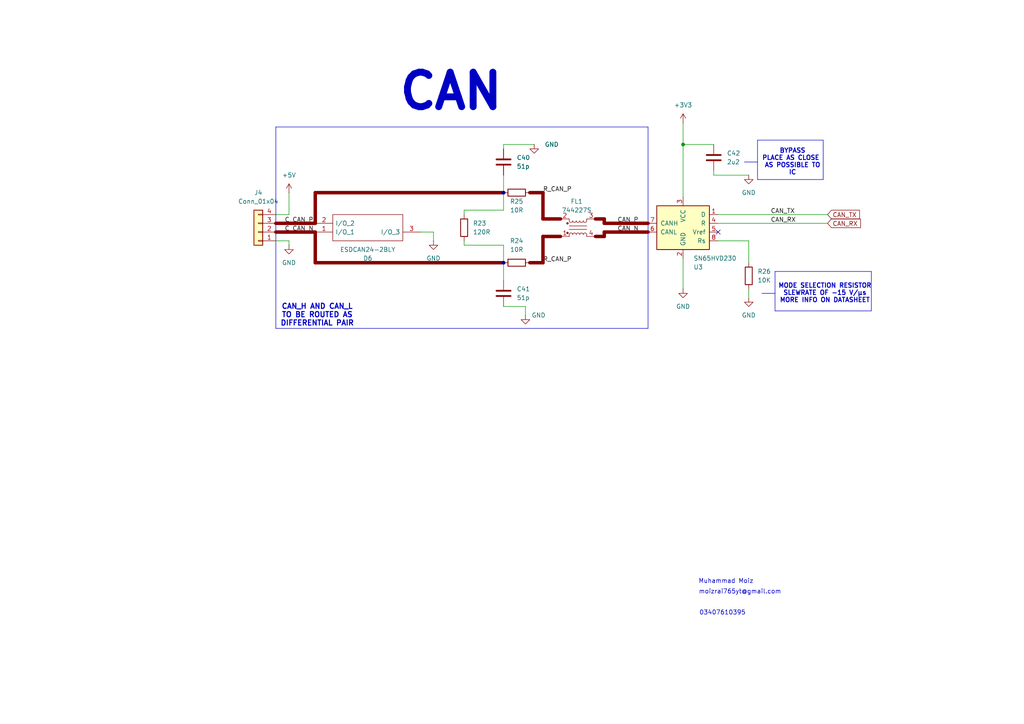
<source format=kicad_sch>
(kicad_sch (version 20231120) (generator "eeschema") (generator_version "8.0")
  (paper "A4")
  (title_block (title "CAN") (date "2025-02-03") (rev "rev01_1") (company "coVenture"))
  (lib_symbols
    (symbol "Connector_Generic:Conn_01x04" (pin_names (offset 1.016) hide)
      (property "Reference" "J" (at 0 5.08 0))
      (property "Value" "Conn_01x04" (at 0 -7.62 0))
      (symbol "Conn_01x04_1_1"
        (rectangle (start -1.27 -4.953) (end 0 -5.207) (stroke (width 0.1524)))
        (rectangle (start -1.27 -2.413) (end 0 -2.667) (stroke (width 0.1524)))
        (rectangle (start -1.27 0.127) (end 0 -0.127) (stroke (width 0.1524)))
        (rectangle (start -1.27 2.667) (end 0 2.413) (stroke (width 0.1524)))
        (rectangle (start -1.27 3.81) (end 1.27 -6.35) (stroke (width 0.254)) (fill (type background)))
        (pin passive line (at -5.08 2.54 0) (length 3.81) (name "Pin_1") (number "1"))
        (pin passive line (at -5.08 0 0) (length 3.81) (name "Pin_2") (number "2"))
        (pin passive line (at -5.08 -2.54 0) (length 3.81) (name "Pin_3") (number "3"))
        (pin passive line (at -5.08 -5.08 0) (length 3.81) (name "Pin_4") (number "4"))
      )
    )
    (symbol "Device:C" (pin_numbers hide) (pin_names (offset 0.254))
      (property "Reference" "C" (at 0.635 2.54 0))
      (property "Value" "C" (at 0.635 -2.54 0))
      (symbol "C_0_1"
        (polyline (pts (xy -2.032 -0.762) (xy 2.032 -0.762)) (stroke (width 0.508)))
        (polyline (pts (xy -2.032 0.762) (xy 2.032 0.762)) (stroke (width 0.508)))
      )
      (symbol "C_1_1"
        (pin passive line (at 0 3.81 270) (length 2.794) (name "~") (number "1"))
        (pin passive line (at 0 -3.81 90) (length 2.794) (name "~") (number "2"))
      )
    )
    (symbol "Device:R" (pin_numbers hide) (pin_names (offset 0))
      (property "Reference" "R" (at 2.032 0 90))
      (property "Value" "R" (at 0 0 90))
      (symbol "R_0_1"
        (rectangle (start -1.016 -2.54) (end 1.016 2.54) (stroke (width 0.254)))
      )
      (symbol "R_1_1"
        (pin passive line (at 0 3.81 270) (length 1.27) (name "~") (number "1"))
        (pin passive line (at 0 -3.81 90) (length 1.27) (name "~") (number "2"))
      )
    )
    (symbol "ESDCAN24-2BLY:ESDCAN24-2BLY" (pin_names (offset 0.762))
      (property "Reference" "D" (at 26.67 7.62 0))
      (property "Value" "ESDCAN24-2BLY" (at 26.67 5.08 0))
      (symbol "ESDCAN24-2BLY_0_0"
        (pin passive line (at 0 0 0) (length 5.08) (name "I/O_1") (number "1"))
        (pin passive line (at 0 -2.54 0) (length 5.08) (name "I/O_2") (number "2"))
        (pin passive line (at 30.48 0 180) (length 5.08) (name "I/O_3") (number "3"))
      )
      (symbol "ESDCAN24-2BLY_0_1"
        (polyline (pts (xy 5.08 2.54) (xy 25.4 2.54) (xy 25.4 -5.08) (xy 5.08 -5.08) (xy 5.08 2.54)) (stroke (width 0.1524)))
      )
    )
    (symbol "Filter:Choke_CommonMode_PulseElectronics_PH9455x105NL" (pin_names hide)
      (property "Reference" "FL" (at 0 5.08 0))
      (property "Value" "Choke_CommonMode_PulseElectronics_PH9455x105NL" (at 0 -5.08 0))
      (symbol "Choke_CommonMode_PulseElectronics_PH9455x105NL_1_1"
        (circle (center -3.048 -1.27) (radius 0.254) (fill (type outline)))
        (circle (center -3.048 1.524) (radius 0.254) (fill (type outline)))
        (arc (start -2.54 2.032) (mid -2.032 1.5262) (end -1.524 2.032))
        (arc (start -1.524 -2.032) (mid -2.032 -1.5262) (end -2.54 -2.032))
        (arc (start -1.524 2.032) (mid -1.016 1.5262) (end -0.508 2.032))
        (arc (start -0.508 -2.032) (mid -1.016 -1.5262) (end -1.524 -2.032))
        (arc (start -0.508 2.032) (mid 0 1.5262) (end 0.508 2.032))
        (polyline (pts (xy -2.54 -2.032) (xy -2.54 -2.54)))
        (polyline (pts (xy -2.54 0.508) (xy 2.54 0.508)))
        (polyline (pts (xy -2.54 2.032) (xy -2.54 2.54)))
        (polyline (pts (xy 2.54 -2.032) (xy 2.54 -2.54)))
        (polyline (pts (xy 2.54 -0.508) (xy -2.54 -0.508)))
        (polyline (pts (xy 2.54 2.54) (xy 2.54 2.032)))
        (arc (start 0.508 -2.032) (mid 0 -1.5262) (end -0.508 -2.032))
        (arc (start 0.508 2.032) (mid 1.016 1.5262) (end 1.524 2.032))
        (arc (start 1.524 -2.032) (mid 1.016 -1.5262) (end 0.508 -2.032))
        (arc (start 1.524 2.032) (mid 2.032 1.5262) (end 2.54 2.032))
        (arc (start 2.54 -2.032) (mid 2.032 -1.5262) (end 1.524 -2.032))
        (pin passive line (at -5.08 2.54 0) (length 2.54) (name "1") (number "1"))
        (pin passive line (at -5.08 -2.54 0) (length 2.54) (name "2") (number "2"))
        (pin passive line (at 5.08 -2.54 180) (length 2.54) (name "3") (number "3"))
        (pin passive line (at 5.08 2.54 180) (length 2.54) (name "4") (number "4"))
      )
    )
    (symbol "Interface_CAN_LIN:SN65HVD230" (pin_names (offset 1.016))
      (property "Reference" "U" (at -2.54 10.16 0))
      (property "Value" "SN65HVD230" (at -2.54 7.62 0))
      (symbol "SN65HVD230_0_1"
        (rectangle (start -7.62 5.08) (end 7.62 -7.62) (stroke (width 0.254)) (fill (type background)))
      )
      (symbol "SN65HVD230_1_1"
        (pin input line (at -10.16 2.54 0) (length 2.54) (name "D") (number "1"))
        (pin power_in line (at 0 -10.16 90) (length 2.54) (name "GND") (number "2"))
        (pin power_in line (at 0 7.62 270) (length 2.54) (name "VCC") (number "3"))
        (pin output line (at -10.16 0 0) (length 2.54) (name "R") (number "4"))
        (pin output line (at -10.16 -2.54 0) (length 2.54) (name "Vref") (number "5"))
        (pin bidirectional line (at 10.16 -2.54 180) (length 2.54) (name "CANL") (number "6"))
        (pin bidirectional line (at 10.16 0 180) (length 2.54) (name "CANH") (number "7"))
        (pin input line (at -10.16 -5.08 0) (length 2.54) (name "Rs") (number "8"))
      )
    )
    (symbol "power:+3V3" (power) (pin_numbers hide) (pin_names (offset 0) hide)
      (property "Value" "+3V3" (at 0 3.556 0))
      (symbol "+3V3_0_1"
        (polyline (pts (xy -0.762 1.27) (xy 0 2.54)))
        (polyline (pts (xy 0 0) (xy 0 2.54)))
        (polyline (pts (xy 0 2.54) (xy 0.762 1.27)))
      )
      (symbol "+3V3_1_1"
        (pin power_in line (at 0 0 90) (length 0) (name "~") (number "1"))
      )
    )
    (symbol "power:+5V" (power) (pin_numbers hide) (pin_names (offset 0) hide)
      (property "Value" "+5V" (at 0 3.556 0))
      (symbol "+5V_0_1"
        (polyline (pts (xy -0.762 1.27) (xy 0 2.54)))
        (polyline (pts (xy 0 0) (xy 0 2.54)))
        (polyline (pts (xy 0 2.54) (xy 0.762 1.27)))
      )
      (symbol "+5V_1_1"
        (pin power_in line (at 0 0 90) (length 0) (name "~") (number "1"))
      )
    )
    (symbol "power:GND" (power) (pin_numbers hide) (pin_names (offset 0) hide)
      (property "Value" "GND" (at 0 -3.81 0))
      (symbol "GND_0_1"
        (polyline (pts (xy 0 0) (xy 0 -1.27) (xy 1.27 -1.27) (xy 0 -2.54) (xy -1.27 -1.27) (xy 0 -1.27)))
      )
      (symbol "GND_1_1"
        (pin power_in line (at 0 0 270) (length 0) (name "~") (number "1"))
      )
    )
  )
  (junction (at 146.05 55.88))
  (junction (at 146.05 76.2))
  (junction (at 198.12 41.91))
  (no_connect (at 208.28 67.31))
  (wire (pts (xy 134.62 71.12) (xy 146.05 71.12)))
  (bus (pts (xy 80.01 64.77) (xy 91.44 64.77)) (stroke (width 1) (color 132 0 0 1)))
  (bus (pts (xy 146.05 55.88) (xy 91.44 55.88)) (stroke (width 1) (color 132 0 0 1)))
  (wire (pts (xy 208.28 64.77) (xy 240.03 64.77)))
  (wire (pts (xy 154.94 41.91) (xy 146.05 41.91)))
  (wire (pts (xy 152.4 88.9) (xy 146.05 88.9)))
  (polyline (pts (xy 238.76 52.07) (xy 238.76 40.64)))
  (polyline (pts (xy 252.73 90.17) (xy 252.73 78.74)))
  (polyline (pts (xy 219.71 40.64) (xy 238.76 40.64)))
  (wire (pts (xy 83.82 69.85) (xy 80.01 69.85)))
  (wire (pts (xy 134.62 60.96) (xy 146.05 60.96)))
  (bus (pts (xy 157.48 76.2) (xy 157.48 68.58)) (stroke (width 1) (color 132 0 0 1)))
  (polyline (pts (xy 215.9 46.99) (xy 219.71 46.99)))
  (bus (pts (xy 175.26 68.58) (xy 175.26 67.31)) (stroke (width 1) (color 132 0 0 1)))
  (bus (pts (xy 175.26 64.77) (xy 187.96 64.77)) (stroke (width 1) (color 132 0 0 1)))
  (polyline (pts (xy 80.01 95.25) (xy 80.01 36.83)) (stroke (width 0) (type solid)))
  (bus (pts (xy 91.44 76.2) (xy 91.44 67.31)) (stroke (width 1) (color 132 0 0 1)))
  (polyline (pts (xy 220.98 85.09) (xy 224.79 85.09)))
  (bus (pts (xy 91.44 55.88) (xy 91.44 64.77)) (stroke (width 1) (color 132 0 0 1)))
  (polyline (pts (xy 224.79 90.17) (xy 252.73 90.17)))
  (wire (pts (xy 198.12 41.91) (xy 198.12 57.15)))
  (wire (pts (xy 207.01 50.8) (xy 207.01 49.53)))
  (wire (pts (xy 198.12 35.56) (xy 198.12 41.91)))
  (wire (pts (xy 146.05 60.96) (xy 146.05 55.88)))
  (polyline (pts (xy 219.71 52.07) (xy 238.76 52.07)))
  (wire (pts (xy 134.62 62.23) (xy 134.62 60.96)))
  (polyline (pts (xy 224.79 78.74) (xy 252.73 78.74)))
  (wire (pts (xy 198.12 41.91) (xy 207.01 41.91)))
  (wire (pts (xy 217.17 76.2) (xy 217.17 69.85)))
  (wire (pts (xy 152.4 91.44) (xy 152.4 88.9)))
  (bus (pts (xy 172.72 63.5) (xy 175.26 63.5)) (stroke (width 1) (color 132 0 0 1)))
  (wire (pts (xy 83.82 71.12) (xy 83.82 69.85)))
  (wire (pts (xy 208.28 62.23) (xy 240.03 62.23)))
  (wire (pts (xy 134.62 69.85) (xy 134.62 71.12)))
  (bus (pts (xy 153.67 76.2) (xy 157.48 76.2)) (stroke (width 1) (color 132 0 0 1)))
  (bus (pts (xy 153.67 55.88) (xy 157.48 55.88)) (stroke (width 1) (color 132 0 0 1)))
  (wire (pts (xy 146.05 41.91) (xy 146.05 43.18)))
  (wire (pts (xy 217.17 50.8) (xy 207.01 50.8)))
  (wire (pts (xy 217.17 69.85) (xy 208.28 69.85)))
  (wire (pts (xy 146.05 76.2) (xy 146.05 81.28)))
  (polyline (pts (xy 80.01 95.25) (xy 187.96 95.25)) (stroke (width 0) (type solid)))
  (bus (pts (xy 157.48 68.58) (xy 162.56 68.58)) (stroke (width 1) (color 132 0 0 1)))
  (polyline (pts (xy 219.71 40.64) (xy 219.71 52.07)))
  (wire (pts (xy 146.05 71.12) (xy 146.05 76.2)))
  (wire (pts (xy 83.82 55.88) (xy 83.82 62.23)))
  (bus (pts (xy 157.48 63.5) (xy 157.48 55.88)) (stroke (width 1) (color 132 0 0 1)))
  (polyline (pts (xy 187.96 36.83) (xy 187.96 95.25)) (stroke (width 0) (type solid)))
  (wire (pts (xy 125.73 69.85) (xy 125.73 67.31)))
  (polyline (pts (xy 80.01 36.83) (xy 187.96 36.83)) (stroke (width 0) (type solid)))
  (polyline (pts (xy 224.79 78.74) (xy 224.79 90.17)))
  (wire (pts (xy 217.17 83.82) (xy 217.17 86.36)))
  (bus (pts (xy 172.72 68.58) (xy 175.26 68.58)) (stroke (width 1) (color 132 0 0 1)))
  (bus (pts (xy 80.01 67.31) (xy 91.44 67.31)) (stroke (width 1) (color 132 0 0 1)))
  (bus (pts (xy 175.26 67.31) (xy 187.96 67.31)) (stroke (width 1) (color 132 0 0 1)))
  (wire (pts (xy 146.05 50.8) (xy 146.05 55.88)))
  (wire (pts (xy 198.12 74.93) (xy 198.12 83.82)))
  (bus (pts (xy 175.26 63.5) (xy 175.26 64.77)) (stroke (width 1) (color 132 0 0 1)))
  (wire (pts (xy 83.82 62.23) (xy 80.01 62.23)))
  (bus (pts (xy 146.05 76.2) (xy 91.44 76.2)) (stroke (width 1) (color 132 0 0 1)))
  (wire (pts (xy 125.73 67.31) (xy 121.92 67.31)))
  (bus (pts (xy 157.48 63.5) (xy 162.56 63.5)) (stroke (width 1) (color 132 0 0 1)))
  (text "CAN" (at 130.81 26.67 0) (effects (font (size 10 10) (thickness 2) (bold yes))))
  (text "Muhammad Moiz\n" (at 210.566 168.656 0) (effects (font (size 1.27 1.27))))
  (text "moizrai765yt@gmail.com\n" (at 214.63 171.704 0) (effects (font (size 1.27 1.27))))
  (text "BYPASS\nPLACE AS CLOSE \nAS POSSIBLE TO\nIC" (at 229.87 46.99 0) (effects (font (size 1.3 1.3) (thickness 0.26) (bold yes))))
  (text "03407610395\n" (at 209.55 177.8 0) (effects (font (size 1.27 1.27))))
  (text " CAN_H AND CAN_L\n TO BE ROUTED AS\n DIFFERENTIAL PAIR" (at 91.44 91.44 0) (effects (font (size 1.5 1.5) (thickness 0.3) (bold yes))))
  (text " MODE SELECTION RESISTOR\n SLEWRATE OF -15 V/μs\n MORE INFO ON DATASHEET" (at 238.76 85.09 0) (effects (font (size 1.3 1.3) (thickness 0.26) (bold yes))))
  (label "CAN_P" (at 179.07 64.77 0))
  (label "C_CAN_P" (at 82.55 64.77 0))
  (label "C_CAN_N" (at 82.55 67.31 0))
  (label "CAN_RX" (at 223.52 64.77 0))
  (label "CAN_N" (at 179.07 67.31 0))
  (label "R_CAN_P" (at 157.48 55.88 0))
  (label "R_CAN_P" (at 157.48 76.2 0))
  (label "CAN_TX" (at 223.52 62.23 0))
  (global_label "CAN_TX" (shape input) (at 240.03 62.23 0) (property "Intersheetrefs" "${INTERSHEET_REFS}" (effects (hide yes))))
  (global_label "CAN_RX" (shape input) (at 240.03 64.77 0) (property "Intersheetrefs" "${INTERSHEET_REFS}" (effects (hide yes))))
  (symbol (lib_id "power:GND") (at 217.17 86.36 0) (unit 1)
    (property "Reference" "#PWR057" (effects (hide yes)))
    (property "Value" "GND" (at 217.17 91.44 0))
    (property "Description" "Power symbol creates a global label with name \"GND\" , ground" (effects (hide yes)))
  )
  (symbol (lib_id "Interface_CAN_LIN:SN65HVD230") (at 198.12 64.77 0) (mirror y) (unit 1)
    (property "Reference" "U3" (at 201.1365 77.47 0) (effects (justify right)))
    (property "Value" "SN65HVD230" (at 201.1365 74.93 0) (effects (justify right)))
    (property "Footprint" "Package_SO:SOIC-8_3.9x4.9mm_P1.27mm" (effects (hide yes)))
    (property "Datasheet" "http://www.ti.com/lit/ds/symlink/sn65hvd230.pdf" (effects (hide yes)))
    (property "Description" "CAN Bus Transceivers, 3.3V, 1Mbps, Low-Power capabilities, SOIC-8" (effects (hide yes)))
  )
  (symbol (lib_id "power:GND") (at 217.17 50.8 0) (unit 1)
    (property "Reference" "#PWR056" (effects (hide yes)))
    (property "Value" "GND" (at 217.17 55.88 0))
    (property "Description" "Power symbol creates a global label with name \"GND\" , ground" (effects (hide yes)))
  )
  (symbol (lib_id "power:+5V") (at 83.82 55.88 0) (unit 1)
    (property "Reference" "#PWR050" (effects (hide yes)))
    (property "Value" "+5V" (at 83.82 50.8 0))
    (property "Description" "Power symbol creates a global label with name \"+5V\"" (effects (hide yes)))
  )
  (symbol (lib_id "power:GND") (at 125.73 69.85 0) (unit 1)
    (property "Reference" "#PWR051" (effects (hide yes)))
    (property "Value" "GND" (at 125.73 74.93 0))
    (property "Description" "Power symbol creates a global label with name \"GND\" , ground" (effects (hide yes)))
  )
  (symbol (lib_id "Device:R") (at 134.62 66.04 0) (unit 1)
    (property "Reference" "R23" (at 137.16 64.7699 0) (effects (justify left)))
    (property "Value" "120R" (at 137.16 67.3099 0) (effects (justify left)))
    (property "Footprint" "Resistor_SMD:R_0201_0603Metric" (effects (hide yes)))
    (property "Description" "Resistor" (effects (hide yes)))
  )
  (symbol (lib_id "Filter:Choke_CommonMode_PulseElectronics_PH9455x105NL") (at 167.64 66.04 0) (mirror x) (unit 1)
    (property "Reference" "FL1" (at 167.259 58.42 0))
    (property "Value" "744227S" (at 167.259 60.96 0))
    (property "Footprint" "Inductor_THT:L_CommonMode_PulseElectronics_PH9455x105NL_1" (effects (hide yes)))
    (property "Datasheet" "https://productfinder.pulseelectronics.com/api/open/product-attachments/datasheet/ph9455.105nl" (effects (hide yes)))
    (property "Description" "Common mode choke, 22A, 380VAC, 1mH, 2.1 mOhm, PH9455x105NL" (effects (hide yes)))
  )
  (symbol (lib_id "Device:R") (at 217.17 80.01 0) (unit 1)
    (property "Reference" "R26" (at 219.71 78.7399 0) (effects (justify left)))
    (property "Value" "10K" (at 219.71 81.2799 0) (effects (justify left)))
    (property "Footprint" "Resistor_SMD:R_0201_0603Metric" (effects (hide yes)))
    (property "Description" "Resistor" (effects (hide yes)))
  )
  (symbol (lib_id "Device:C") (at 146.05 85.09 0) (unit 1)
    (property "Reference" "C41" (at 149.86 83.8199 0) (effects (justify left)))
    (property "Value" "51p" (at 149.86 86.3599 0) (effects (justify left)))
    (property "Footprint" "Capacitor_SMD:C_0603_1608Metric" (effects (hide yes)))
    (property "Description" "Unpolarized capacitor" (effects (hide yes)))
  )
  (symbol (lib_id "ESDCAN24-2BLY:ESDCAN24-2BLY") (at 91.44 67.31 0) (mirror x) (unit 1)
    (property "Reference" "D6" (at 106.68 74.93 0))
    (property "Value" "ESDCAN24-2BLY" (at 106.68 72.39 0))
    (property "Footprint" "ESDCAN24-2BLY:SOT95P255X125-3N" (effects (hide yes)))
    (property "Datasheet" "https://www.st.com/resource/en/datasheet/esdcan24-2bly.pdf" (effects (hide yes)))
    (property "Description" "TVS Diode Array Bi-Directional ESDCAN24-2BLY Dual 40V, 230W, SOT23-3L 3-Pin" (effects (hide yes)))
    (property "Description_1" "TVS Diode Array Bi-Directional ESDCAN24-2BLY Dual 40V, 230W, SOT23-3L 3-Pin" (effects (hide yes)))
    (property "Height" "1.25" (effects (hide yes)))
    (property "Manufacturer_Name" "STMicroelectronics" (effects (hide yes)))
    (property "Manufacturer_Part_Number" "ESDCAN24-2BLY" (effects (hide yes)))
    (property "Mouser Part Number" "511-ESDCAN24-2BLY" (effects (hide yes)))
    (property "Mouser Price/Stock" "https://www.mouser.co.uk/ProductDetail/STMicroelectronics/ESDCAN24-2BLY?qs=gNDSiZmRJS9IbRDJThIoAw%3D%3D" (effects (hide yes)))
    (property "Arrow Part Number" "ESDCAN24-2BLY" (effects (hide yes)))
    (property "Arrow Price/Stock" "https://www.arrow.com/en/products/esdcan24-2bly/stmicroelectronics?region=nac" (effects (hide yes)))
  )
  (symbol (lib_id "Device:R") (at 149.86 55.88 90) (unit 1)
    (property "Reference" "R25" (at 149.86 58.42 90))
    (property "Value" "10R" (at 149.86 60.96 90))
    (property "Footprint" "Resistor_SMD:R_0201_0603Metric" (effects (hide yes)))
    (property "Description" "Resistor" (effects (hide yes)))
  )
  (symbol (lib_id "Connector_Generic:Conn_01x04") (at 74.93 67.31 180) (unit 1)
    (property "Reference" "J4" (at 74.93 55.88 0))
    (property "Value" "Conn_01x04" (at 74.93 58.42 0))
    (property "Footprint" "Connector_PinHeader_1.00mm:PinHeader_1x04_P1.00mm_Vertical" (effects (hide yes)))
    (property "Description" "Generic connector, single row, 01x04, script generated (kicad-library-utils/schlib/autogen/connector/)" (effects (hide yes)))
  )
  (symbol (lib_id "Device:C") (at 146.05 46.99 0) (unit 1)
    (property "Reference" "C40" (at 149.86 45.7199 0) (effects (justify left)))
    (property "Value" "51p" (at 149.86 48.2599 0) (effects (justify left)))
    (property "Footprint" "Capacitor_SMD:C_0603_1608Metric" (effects (hide yes)))
    (property "Description" "Unpolarized capacitor" (effects (hide yes)))
  )
  (symbol (lib_id "Device:C") (at 207.01 45.72 0) (unit 1)
    (property "Reference" "C42" (at 210.82 44.4499 0) (effects (justify left)))
    (property "Value" "2u2" (at 210.82 46.9899 0) (effects (justify left)))
    (property "Footprint" "Capacitor_SMD:C_0603_1608Metric" (effects (hide yes)))
    (property "Description" "Unpolarized capacitor" (effects (hide yes)))
  )
  (symbol (lib_id "power:GND") (at 83.82 71.12 0) (unit 1)
    (property "Reference" "#PWR049" (effects (hide yes)))
    (property "Value" "GND" (at 83.82 76.2 0))
    (property "Description" "Power symbol creates a global label with name \"GND\" , ground" (effects (hide yes)))
  )
  (symbol (lib_id "Device:R") (at 149.86 76.2 90) (unit 1)
    (property "Reference" "R24" (at 149.86 69.85 90))
    (property "Value" "10R" (at 149.86 72.39 90))
    (property "Footprint" "Resistor_SMD:R_0201_0603Metric" (effects (hide yes)))
    (property "Description" "Resistor" (effects (hide yes)))
  )
  (symbol (lib_id "power:GND") (at 154.94 41.91 0) (unit 1)
    (property "Reference" "#PWR053" (effects (hide yes)))
    (property "Value" "GND" (at 160.02 41.91 0))
    (property "Description" "Power symbol creates a global label with name \"GND\" , ground" (effects (hide yes)))
  )
  (symbol (lib_id "power:+3V3") (at 198.12 35.56 0) (unit 1)
    (property "Reference" "#PWR055" (effects (hide yes)))
    (property "Value" "+3V3" (at 198.12 30.48 0))
    (property "Description" "Power symbol creates a global label with name \"+3V3\"" (effects (hide yes)))
  )
  (symbol (lib_id "power:GND") (at 152.4 91.44 0) (unit 1)
    (property "Reference" "#PWR052" (effects (hide yes)))
    (property "Value" "GND" (at 156.21 91.44 0))
    (property "Description" "Power symbol creates a global label with name \"GND\" , ground" (effects (hide yes)))
  )
  (symbol (lib_id "power:GND") (at 198.12 83.82 0) (unit 1)
    (property "Reference" "#PWR054" (effects (hide yes)))
    (property "Value" "GND" (at 198.12 88.9 0))
    (property "Description" "Power symbol creates a global label with name \"GND\" , ground" (effects (hide yes)))
  )
)
</source>
